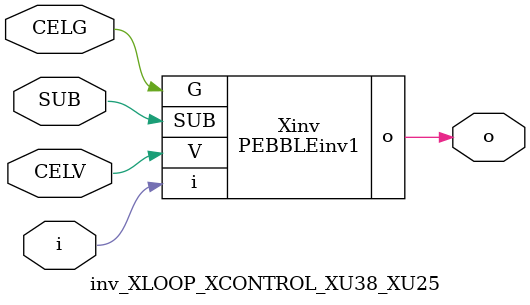
<source format=v>



module PEBBLEinv1 ( o, G, SUB, V, i );

  input V;
  input i;
  input G;
  output o;
  input SUB;
endmodule

//Celera Confidential Do Not Copy inv_XLOOP_XCONTROL_XU38_XU25
//Celera Confidential Symbol Generator
//5V Inverter
module inv_XLOOP_XCONTROL_XU38_XU25 (CELV,CELG,i,o,SUB);
input CELV;
input CELG;
input i;
input SUB;
output o;

//Celera Confidential Do Not Copy inv
PEBBLEinv1 Xinv(
.V (CELV),
.i (i),
.o (o),
.SUB (SUB),
.G (CELG)
);
//,diesize,PEBBLEinv1

//Celera Confidential Do Not Copy Module End
//Celera Schematic Generator
endmodule

</source>
